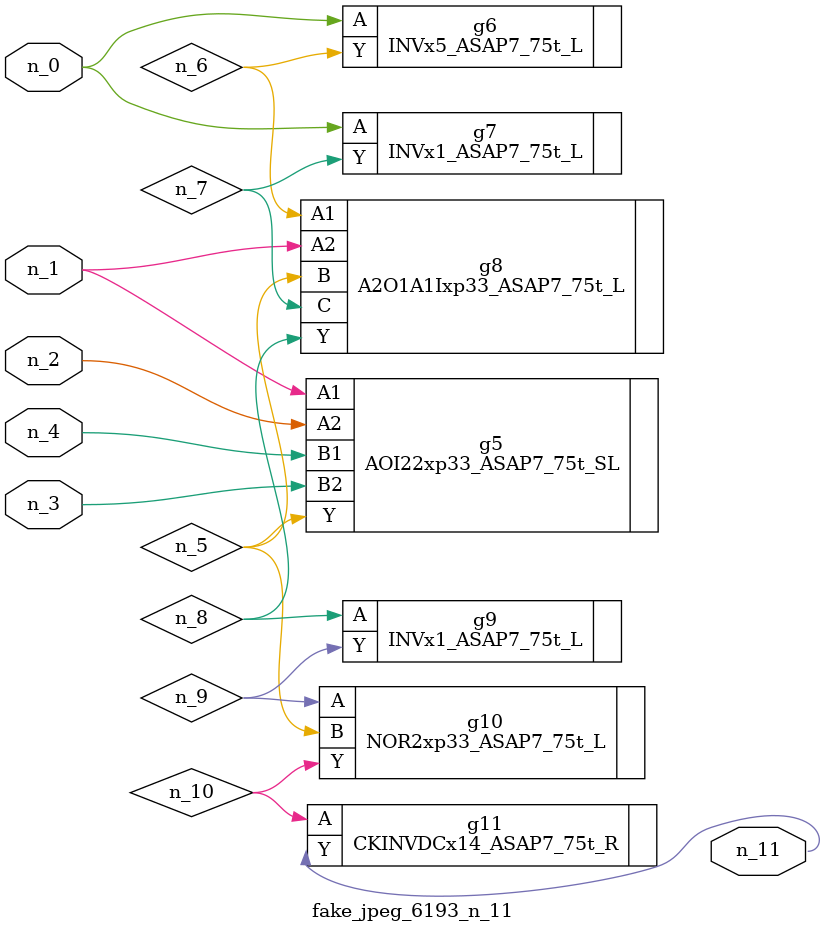
<source format=v>
module fake_jpeg_6193_n_11 (n_3, n_2, n_1, n_0, n_4, n_11);

input n_3;
input n_2;
input n_1;
input n_0;
input n_4;

output n_11;

wire n_10;
wire n_8;
wire n_9;
wire n_6;
wire n_5;
wire n_7;

AOI22xp33_ASAP7_75t_SL g5 ( 
.A1(n_1),
.A2(n_2),
.B1(n_4),
.B2(n_3),
.Y(n_5)
);

INVx5_ASAP7_75t_L g6 ( 
.A(n_0),
.Y(n_6)
);

INVx1_ASAP7_75t_L g7 ( 
.A(n_0),
.Y(n_7)
);

A2O1A1Ixp33_ASAP7_75t_L g8 ( 
.A1(n_6),
.A2(n_1),
.B(n_5),
.C(n_7),
.Y(n_8)
);

INVx1_ASAP7_75t_L g9 ( 
.A(n_8),
.Y(n_9)
);

NOR2xp33_ASAP7_75t_L g10 ( 
.A(n_9),
.B(n_5),
.Y(n_10)
);

CKINVDCx14_ASAP7_75t_R g11 ( 
.A(n_10),
.Y(n_11)
);


endmodule
</source>
